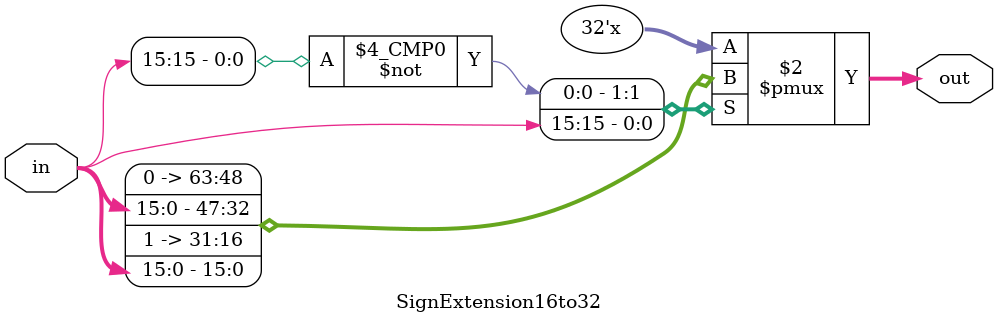
<source format=v>


`timescale 1ns / 1ps

// This module takes as input a 16-bit binary string and gives
// as output the "sign extended" 32-bit binary string.

module SignExtension16to32 ( in , out ) ;
    input wire [15:0] in ;
    output reg signed [31:0] out ;
    always @ ( * ) begin
        case ( in[15] )
            1'b0 : out = {16'b0, in} ;   // pad 16 0's if the leading bit is 0 (no. is pos)
            1'b1 : out = {16'b1111111111111111, in} ;   // pad 16 1's if the leading bit is 1 (no. is neg)
            default : out = {16'b0, in} ;   // to avoid latches
        endcase
    end
endmodule
</source>
